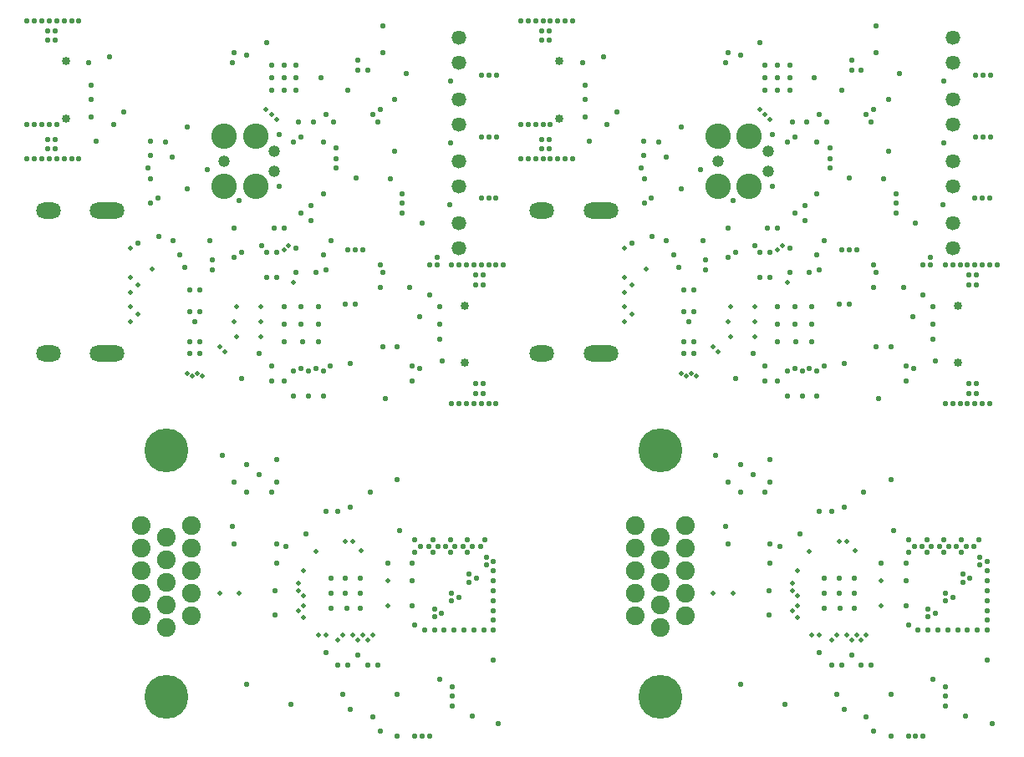
<source format=gbs>
%FSLAX46Y46*%
%MOMM*%
%AMPS11*
1,1,1.895000,0.000000,0.000000*
%
%ADD11PS11*%
%AMPS12*
1,1,4.446000,0.000000,0.000000*
%
%ADD12PS12*%
%AMPS20*
1,1,0.550000,0.000000,0.000000*
%
%ADD20PS20*%
%AMPS21*
1,1,0.500000,0.000000,0.000000*
%
%ADD21PS21*%
%AMPS18*
21,1,1.800000,1.700000,0.000000,0.000000,0.000000*
1,1,1.700000,0.900000,0.000000*
1,1,1.700000,-0.900000,0.000000*
%
%ADD18PS18*%
%AMPS19*
21,1,0.800000,1.700000,0.000000,0.000000,0.000000*
1,1,1.700000,0.400000,0.000000*
1,1,1.700000,-0.400000,0.000000*
%
%ADD19PS19*%
%AMPS14*
1,1,2.575000,0.000000,0.000000*
%
%ADD14PS14*%
%AMPS15*
1,1,2.575000,0.000000,0.000000*
%
%ADD15PS15*%
%AMPS10*
1,1,1.470000,0.000000,0.000000*
%
%ADD10PS10*%
%AMPS17*
1,1,0.850000,0.000000,0.000000*
%
%ADD17PS17*%
%AMPS13*
1,1,0.850000,0.000000,0.000000*
%
%ADD13PS13*%
%AMPS16*
1,1,1.190600,0.000000,0.000000*
%
%ADD16PS16*%
G01*
%LPD*%
G01*
%LPD*%
G75*
D10*
X36500000Y26770400D03*
D10*
X36500000Y24230401D03*
D11*
X6850000Y-18185000D03*
D11*
X4310000Y-19330000D03*
D11*
X4310000Y-10170000D03*
D11*
X4310000Y-12460000D03*
D11*
X6850000Y-11315000D03*
D11*
X4310000Y-14750000D03*
D11*
X6850000Y-13605000D03*
D11*
X9390000Y-12460000D03*
D11*
X9390000Y-17040000D03*
D11*
X6850000Y-15895000D03*
D11*
X9390000Y-19330000D03*
D11*
X9390000Y-10170000D03*
D11*
X6850000Y-20475000D03*
D11*
X4310000Y-17040000D03*
D12*
X6850000Y-27495000D03*
D12*
X6850000Y-2505000D03*
D11*
X9390000Y-14750000D03*
D10*
X36500000Y20520400D03*
D10*
X36500000Y17980401D03*
D13*
X-3320000Y36890000D03*
D13*
X-3320000Y31110000D03*
D14*
X12710000Y29290000D03*
D14*
X15885000Y29290000D03*
D15*
X12710000Y24210000D03*
D16*
X17790000Y27766000D03*
D16*
X17790000Y25734000D03*
D16*
X12710000Y26750000D03*
D15*
X15885000Y24210000D03*
D17*
X37070000Y6360000D03*
D17*
X37070000Y12140000D03*
D10*
X36500000Y33020400D03*
D10*
X36500000Y30480401D03*
D18*
X860000Y7250000D03*
D18*
X860000Y21750000D03*
D19*
X-5100000Y21750000D03*
D19*
X-5100000Y7250000D03*
D10*
X36500000Y39270400D03*
D10*
X36500000Y36730401D03*
D20*
X18750000Y10250000D03*
D20*
X24050000Y27049890D03*
D20*
X18750000Y8500000D03*
D20*
X17500000Y6000000D03*
D20*
X22750000Y17250000D03*
D20*
X11500000Y15750000D03*
D20*
X28250000Y-24250000D03*
D21*
X24250000Y-21750000D03*
D20*
X30250000Y-5500000D03*
D21*
X4000000Y11250000D03*
D21*
X26600000Y-12650000D03*
D20*
X32600000Y-12250000D03*
D20*
X28500000Y32000000D03*
D20*
X37500000Y-15900000D03*
D20*
X36000000Y-20750000D03*
D20*
X36500000Y16250000D03*
D20*
X23500000Y-15500000D03*
D21*
X20250000Y-18750000D03*
D20*
X17875000Y-19250000D03*
D20*
X14250000Y22750000D03*
D20*
X-2000000Y41000000D03*
D20*
X40250000Y23000000D03*
D20*
X18000000Y-5750000D03*
D21*
X14250000Y-17000000D03*
D20*
X38000000Y-20750000D03*
D20*
X21750000Y30750000D03*
D20*
X37000000Y-20750000D03*
D20*
X23500000Y-17000000D03*
D20*
X40500000Y-30250000D03*
D20*
X24750000Y-27250000D03*
D20*
X37800000Y-29450000D03*
D20*
X26250000Y-23250000D03*
D20*
X18750000Y35250000D03*
D20*
X22500000Y35250000D03*
D20*
X13750000Y17000000D03*
D20*
X22000000Y5750000D03*
D21*
X20750000Y-17250000D03*
D20*
X-5000000Y27000000D03*
D21*
X3250000Y13500000D03*
D20*
X29525000Y24950000D03*
D20*
X33000000Y-20750000D03*
D20*
X39000000Y-20750000D03*
D20*
X33500000Y-31500000D03*
D20*
X25125000Y-18500000D03*
D20*
X40000000Y-19750000D03*
D20*
X9000000Y30250000D03*
D21*
X27750000Y-21250000D03*
D20*
X32000000Y-31500000D03*
D20*
X40250000Y2250000D03*
D21*
X23000000Y-21250000D03*
D20*
X33875000Y-12875000D03*
D20*
X35750000Y2250000D03*
D20*
X26750000Y17750000D03*
D20*
X40000000Y-14750000D03*
D20*
X18750002Y36499999D03*
D20*
X16500000Y18250000D03*
D20*
X8750000Y16000000D03*
D20*
X26000000Y17750000D03*
D20*
X34520000Y10250000D03*
D20*
X26050000Y25049890D03*
D20*
X38000000Y16250000D03*
D20*
X23458871Y6020565D03*
D20*
X34000000Y-20750000D03*
D21*
X12250000Y7995000D03*
D21*
X16425000Y10500000D03*
D20*
X-5160000Y28000000D03*
D20*
X30750000Y23500000D03*
D20*
X18250000Y24250000D03*
D20*
X5250000Y22500000D03*
D20*
X25500000Y-28750000D03*
D20*
X16250000Y-5000000D03*
D20*
X35550000Y22375000D03*
D20*
X20000002Y35249999D03*
D20*
X33500000Y13250000D03*
D21*
X27250000Y-21750000D03*
D20*
X18750000Y20000000D03*
D20*
X35750000Y-17800000D03*
D20*
X36100000Y-12250000D03*
D20*
X9250000Y13750000D03*
D20*
X37500000Y-15100000D03*
D21*
X3250000Y17995000D03*
D20*
X-5750000Y27000000D03*
D20*
X19750000Y5500000D03*
D20*
X1095799Y37325633D03*
D20*
X35600000Y34875000D03*
D20*
X35150000Y-12250000D03*
D20*
X20500000Y5750000D03*
D20*
X17500000Y4500000D03*
D20*
X23750000Y30750000D03*
D20*
X-5000000Y41000000D03*
D20*
X22750000Y3000000D03*
D20*
X22250000Y10250000D03*
D20*
X40250000Y16250000D03*
D20*
X25000000Y-17000000D03*
D20*
X15000000Y-6750000D03*
D20*
X18000000Y17500000D03*
D20*
X9000000Y24000000D03*
D20*
X35750000Y-17000000D03*
D21*
X3250000Y15000000D03*
D21*
X3250000Y10500000D03*
D20*
X23500000Y18750000D03*
D20*
X-6500000Y30500000D03*
D20*
X5250000Y25000000D03*
D20*
X16250000Y7250000D03*
D21*
X29250000Y-18250000D03*
D20*
X17500002Y36499999D03*
D20*
X35800000Y-27450000D03*
D20*
X28750000Y40500000D03*
D20*
X40000000Y-16750000D03*
D20*
X35800000Y-26450000D03*
D20*
X-3500000Y41000000D03*
D20*
X41000000Y16250000D03*
D20*
X39500000Y2250000D03*
D20*
X23000000Y31500000D03*
D21*
X14000000Y12000000D03*
D20*
X39500000Y16250000D03*
D21*
X9000000Y5250000D03*
D21*
X16970000Y32030000D03*
D20*
X35625000Y-12875000D03*
D20*
X28500000Y-31000000D03*
D20*
X18750000Y4500000D03*
D20*
X39125000Y-11625000D03*
D20*
X-2000000Y27000000D03*
D20*
X15000000Y-26250000D03*
D21*
X16425000Y12000000D03*
D20*
X34250000Y17000000D03*
D20*
X20000000Y18000000D03*
D20*
X38650000Y-12250000D03*
D20*
X37250000Y16250000D03*
D20*
X-3500000Y27000000D03*
D20*
X30000000Y27750000D03*
D20*
X27750000Y31500000D03*
D21*
X16424686Y9000163D03*
D20*
X6075000Y19175000D03*
D21*
X20750000Y-14750000D03*
D20*
X21500000Y20750000D03*
D20*
X20500000Y29250000D03*
D21*
X12750000Y7500000D03*
D21*
X3250000Y12000000D03*
D20*
X20000002Y33999999D03*
D20*
X18000000Y-12000000D03*
D20*
X24250000Y-8750000D03*
D20*
X39250000Y-14150000D03*
D20*
X40000000Y-18750000D03*
D20*
X25500000Y-8250000D03*
D20*
X-4250000Y27000000D03*
D20*
X13750000Y20000000D03*
D20*
X18750000Y12000000D03*
D20*
X33500000Y16250000D03*
D20*
X22750000Y28750000D03*
D21*
X26250000Y-21750000D03*
D20*
X25250000Y17750000D03*
D20*
X13500000Y-10250000D03*
D20*
X30250000Y-31500000D03*
D20*
X17000000Y38750000D03*
D20*
X33400000Y-12250000D03*
D20*
X20250000Y30750000D03*
D20*
X10250000Y13750000D03*
D20*
X40300000Y29250000D03*
D20*
X39250000Y-13350000D03*
D20*
X20000000Y15500000D03*
D20*
X29000000Y2750000D03*
D20*
X-6500000Y41000000D03*
D20*
X30750000Y22500000D03*
D21*
X22250000Y-21250000D03*
D20*
X26250000Y37000000D03*
D20*
X17500002Y33999999D03*
D20*
X38000000Y2250000D03*
D20*
X24250000Y-24250000D03*
D20*
X-5160000Y40000000D03*
D20*
X31750000Y-15750000D03*
D20*
X20500000Y21500000D03*
D20*
X26000000Y12250000D03*
D20*
X-288949Y28824203D03*
D21*
X24750000Y-21225000D03*
D21*
X14000000Y9000000D03*
D20*
X9250000Y7250000D03*
D20*
X32000000Y-20250000D03*
D20*
X1500000Y30500000D03*
D20*
X-7250000Y30500000D03*
D20*
X32000000Y-11625000D03*
D21*
X20750000Y-18250000D03*
D20*
X13750000Y-5750000D03*
D20*
X18000000Y-14000000D03*
D20*
X30250000Y8000000D03*
D20*
X38250000Y-15500000D03*
D20*
X6000000Y23000000D03*
D20*
X30750000Y21500000D03*
D20*
X35800000Y-28450000D03*
D20*
X19500000Y-28250000D03*
D20*
X4961051Y26074203D03*
D20*
X23000000Y-8750000D03*
D20*
X28750000Y15500000D03*
D20*
X10250000Y7250000D03*
D20*
X22750000Y5500000D03*
D20*
X26250000Y36000000D03*
D20*
X37375000Y-11625000D03*
D20*
X26500000Y-15500000D03*
D20*
X30250000Y-27250000D03*
D21*
X29250000Y-15750000D03*
D20*
X-770000Y33000000D03*
D21*
X13750000Y10500000D03*
D21*
X12250000Y-17000000D03*
D20*
X15000000Y37500000D03*
D20*
X19750000Y28750000D03*
D20*
X32000000Y-12875000D03*
D20*
X35600000Y28625000D03*
D20*
X5211051Y28824203D03*
D20*
X2500000Y31750000D03*
D20*
X-4410000Y29000000D03*
D20*
X38750000Y16250000D03*
D20*
X34250000Y16250000D03*
D20*
X11500000Y16750000D03*
D21*
X10000000Y5250000D03*
D20*
X25250000Y34000000D03*
D20*
X18250000Y29500000D03*
D20*
X9250000Y8500000D03*
D20*
X22250000Y12000000D03*
D20*
X-4410000Y39000000D03*
D20*
X15000000Y-4000000D03*
D20*
X28500000Y14000000D03*
D20*
X17500000Y-6750000D03*
D20*
X27500000Y-6750000D03*
D20*
X20500000Y12000000D03*
D20*
X38800000Y35500000D03*
D20*
X20500000Y10250000D03*
D20*
X9250000Y11500000D03*
D20*
X27750000Y-29500000D03*
D20*
X-2750000Y41000000D03*
D20*
X38910000Y3250000D03*
D20*
X27250000Y-24250000D03*
D20*
X-5000000Y30500000D03*
D20*
X38750000Y23000000D03*
D20*
X38800000Y29250000D03*
D21*
X20250000Y-16000000D03*
D20*
X18750002Y33999999D03*
D20*
X39500000Y23000000D03*
D21*
X22000000Y-12750000D03*
D20*
X40000000Y-17750000D03*
D21*
X4000000Y14250000D03*
D20*
X4000000Y18500000D03*
D20*
X-6500000Y27000000D03*
D20*
X22250000Y8500000D03*
D20*
X-5750000Y41000000D03*
D20*
X31500000Y14000000D03*
D20*
X25500000Y6250000D03*
D20*
X-5160000Y39000000D03*
D20*
X31750000Y6000000D03*
D20*
X21000000Y-11000000D03*
D20*
X38160000Y4250000D03*
D21*
X5425000Y15825000D03*
D20*
X13750000Y-12000000D03*
D20*
X-770000Y34500000D03*
D20*
X30000000Y33000000D03*
D20*
X37250000Y2250000D03*
D20*
X32750000Y-31500000D03*
D20*
X34520000Y12000000D03*
D20*
X-1020000Y36750000D03*
D20*
X35625000Y-11625000D03*
D21*
X25750000Y-11750000D03*
D20*
X10250000Y8500000D03*
D20*
X38750000Y2250000D03*
D20*
X38160000Y15250000D03*
D20*
X23500000Y-18500000D03*
D20*
X19750000Y3000000D03*
D20*
X13500000Y36750000D03*
D20*
X33875000Y-11625000D03*
D20*
X28250000Y30750000D03*
D20*
X17750000Y20000000D03*
D20*
X31750000Y-14000000D03*
D20*
X-2750000Y27000000D03*
D20*
X24050000Y28105000D03*
D20*
X7500000Y18750000D03*
D20*
X26500000Y-17000000D03*
D20*
X34750000Y-19000000D03*
D20*
X34000000Y-19400000D03*
D20*
X11250000Y18750000D03*
D20*
X38910000Y15250000D03*
D21*
X18000000Y31000000D03*
D20*
X35000000Y-20750000D03*
D20*
X32500000Y11000000D03*
D20*
X-7250000Y27000000D03*
D20*
X14500000Y4750000D03*
D20*
X18000000Y15000000D03*
D20*
X28500000Y16250000D03*
D20*
X25000000Y12250000D03*
D20*
X23000000Y-23000000D03*
D20*
X31115000Y35635000D03*
D20*
X31750000Y4500000D03*
D21*
X26750000Y-21250000D03*
D20*
X40000000Y-13750000D03*
D20*
X38160000Y14250000D03*
D20*
X21250000Y3000000D03*
D20*
X29250000Y-14000000D03*
D20*
X31750000Y-18250000D03*
D21*
X25750000Y-21250000D03*
D20*
X38910000Y4250000D03*
D21*
X9500000Y5000000D03*
D20*
X28750000Y37750000D03*
D20*
X12500000Y-3000000D03*
D20*
X7450388Y27195104D03*
D20*
X25000000Y-15500000D03*
D20*
X39550000Y35500000D03*
D20*
X20000002Y36499999D03*
D21*
X19745000Y14500000D03*
D20*
X38160000Y3250000D03*
D20*
X8250000Y17250000D03*
D21*
X18750000Y17750000D03*
D21*
X20250000Y-16750000D03*
D20*
X36900000Y-12250000D03*
D20*
X22000000Y15500000D03*
D20*
X-4250000Y30500000D03*
D20*
X27250000Y36000000D03*
D20*
X-7250000Y41000000D03*
D20*
X37850000Y-12250000D03*
D20*
X38910000Y14250000D03*
D20*
X34500000Y-25750000D03*
D20*
X37375000Y-12875000D03*
D20*
X20625000Y8500000D03*
D21*
X10500000Y5000000D03*
D20*
X21250000Y5500000D03*
D21*
X17500000Y31530000D03*
D20*
X40000000Y-23750000D03*
D20*
X39550000Y29250000D03*
D20*
X36500000Y2250000D03*
D20*
X-5750000Y30500000D03*
D20*
X36500000Y-17400000D03*
D20*
X17900000Y-16750000D03*
D20*
X32520000Y5750000D03*
D21*
X20750000Y-19500000D03*
D20*
X30500000Y-10645000D03*
D20*
X25250000Y-24250000D03*
D20*
X28750000Y8000000D03*
D20*
X17500002Y35249999D03*
D20*
X17000000Y15000000D03*
D20*
X40300000Y35500000D03*
D20*
X-4250000Y41000000D03*
D20*
X18000000Y-3500000D03*
D20*
X34000000Y-18600000D03*
D20*
X17000000Y17500000D03*
D20*
X40000000Y-20750000D03*
D20*
X21500000Y22250000D03*
D20*
X35750000Y16250000D03*
D20*
X19000000Y-12250000D03*
D20*
X-4410000Y28000000D03*
D20*
X26500000Y-18500000D03*
D20*
X34520000Y8750000D03*
D20*
X10979680Y25879680D03*
D20*
X6750000Y28750000D03*
D20*
X40000000Y-15750000D03*
D20*
X5211051Y27324203D03*
D20*
X34350000Y-12250000D03*
D20*
X-4410000Y40000000D03*
D20*
X-770000Y31250000D03*
D20*
X10250000Y11500000D03*
D21*
X19250000Y18250000D03*
D20*
X32750000Y20500000D03*
D20*
X-5160000Y29000000D03*
D20*
X22750000Y23500000D03*
D21*
X25000000Y-11750000D03*
D20*
X13719997Y37750000D03*
D20*
X23000000Y15750000D03*
D20*
X14500000Y17500000D03*
D20*
X9750000Y10500000D03*
D20*
X24050000Y26049890D03*
D20*
X34770000Y6500000D03*
D10*
X86500000Y26770400D03*
D10*
X86500000Y24230401D03*
D11*
X56850000Y-18185000D03*
D11*
X54310000Y-19330000D03*
D11*
X54310000Y-10170000D03*
D11*
X54310000Y-12460000D03*
D11*
X56850000Y-11315000D03*
D11*
X54310000Y-14750000D03*
D11*
X56850000Y-13605000D03*
D11*
X59390000Y-12460000D03*
D11*
X59390000Y-17040000D03*
D11*
X56850000Y-15895000D03*
D11*
X59390000Y-19330000D03*
D11*
X59390000Y-10170000D03*
D11*
X56850000Y-20475000D03*
D11*
X54310000Y-17040000D03*
D12*
X56850000Y-27495000D03*
D12*
X56850000Y-2505000D03*
D11*
X59390000Y-14750000D03*
D10*
X86500000Y20520400D03*
D10*
X86500000Y17980401D03*
D13*
X46680000Y36890000D03*
D13*
X46680000Y31110000D03*
D14*
X62710000Y29290000D03*
D14*
X65885000Y29290000D03*
D15*
X62710000Y24210000D03*
D16*
X67790000Y27766000D03*
D16*
X67790000Y25734000D03*
D16*
X62710000Y26750000D03*
D15*
X65885000Y24210000D03*
D17*
X87070000Y6360000D03*
D17*
X87070000Y12140000D03*
D10*
X86500000Y33020400D03*
D10*
X86500000Y30480401D03*
D18*
X50860000Y7250000D03*
D18*
X50860000Y21750000D03*
D19*
X44900000Y21750000D03*
D19*
X44900000Y7250000D03*
D10*
X86500000Y39270400D03*
D10*
X86500000Y36730401D03*
D20*
X68750000Y10250000D03*
D20*
X74050000Y27049890D03*
D20*
X68750000Y8500000D03*
D20*
X67500000Y6000000D03*
D20*
X72750000Y17250000D03*
D20*
X61500000Y15750000D03*
D20*
X78250000Y-24250000D03*
D21*
X74250000Y-21750000D03*
D20*
X80250000Y-5500000D03*
D21*
X54000000Y11250000D03*
D21*
X76600000Y-12650000D03*
D20*
X82600000Y-12250000D03*
D20*
X78500000Y32000000D03*
D20*
X87500000Y-15900000D03*
D20*
X86000000Y-20750000D03*
D20*
X86500000Y16250000D03*
D20*
X73500000Y-15500000D03*
D21*
X70250000Y-18750000D03*
D20*
X67875000Y-19250000D03*
D20*
X64250000Y22750000D03*
D20*
X48000000Y41000000D03*
D20*
X90250000Y23000000D03*
D20*
X68000000Y-5750000D03*
D21*
X64250000Y-17000000D03*
D20*
X88000000Y-20750000D03*
D20*
X71750000Y30750000D03*
D20*
X87000000Y-20750000D03*
D20*
X73500000Y-17000000D03*
D20*
X90500000Y-30250000D03*
D20*
X74750000Y-27250000D03*
D20*
X87800000Y-29450000D03*
D20*
X76250000Y-23250000D03*
D20*
X68750000Y35250000D03*
D20*
X72500000Y35250000D03*
D20*
X63750000Y17000000D03*
D20*
X72000000Y5750000D03*
D21*
X70750000Y-17250000D03*
D20*
X45000000Y27000000D03*
D21*
X53250000Y13500000D03*
D20*
X79525000Y24950000D03*
D20*
X83000000Y-20750000D03*
D20*
X89000000Y-20750000D03*
D20*
X83500000Y-31500000D03*
D20*
X75125000Y-18500000D03*
D20*
X90000000Y-19750000D03*
D20*
X59000000Y30250000D03*
D21*
X77750000Y-21250000D03*
D20*
X82000000Y-31500000D03*
D20*
X90250000Y2250000D03*
D21*
X73000000Y-21250000D03*
D20*
X83875000Y-12875000D03*
D20*
X85750000Y2250000D03*
D20*
X76750000Y17750000D03*
D20*
X90000000Y-14750000D03*
D20*
X68750002Y36499999D03*
D20*
X66500000Y18250000D03*
D20*
X58750000Y16000000D03*
D20*
X76000000Y17750000D03*
D20*
X84520000Y10250000D03*
D20*
X76050000Y25049890D03*
D20*
X88000000Y16250000D03*
D20*
X73458871Y6020565D03*
D20*
X84000000Y-20750000D03*
D21*
X62250000Y7995000D03*
D21*
X66425000Y10500000D03*
D20*
X44840000Y28000000D03*
D20*
X80750000Y23500000D03*
D20*
X68250000Y24250000D03*
D20*
X55250000Y22500000D03*
D20*
X75500000Y-28750000D03*
D20*
X66250000Y-5000000D03*
D20*
X85550000Y22375000D03*
D20*
X70000002Y35249999D03*
D20*
X83500000Y13250000D03*
D21*
X77250000Y-21750000D03*
D20*
X68750000Y20000000D03*
D20*
X85750000Y-17800000D03*
D20*
X86100000Y-12250000D03*
D20*
X59250000Y13750000D03*
D20*
X87500000Y-15100000D03*
D21*
X53250000Y17995000D03*
D20*
X44250000Y27000000D03*
D20*
X69750000Y5500000D03*
D20*
X51095799Y37325633D03*
D20*
X85600000Y34875000D03*
D20*
X85150000Y-12250000D03*
D20*
X70500000Y5750000D03*
D20*
X67500000Y4500000D03*
D20*
X73750000Y30750000D03*
D20*
X45000000Y41000000D03*
D20*
X72750000Y3000000D03*
D20*
X72250000Y10250000D03*
D20*
X90250000Y16250000D03*
D20*
X75000000Y-17000000D03*
D20*
X65000000Y-6750000D03*
D20*
X68000000Y17500000D03*
D20*
X59000000Y24000000D03*
D20*
X85750000Y-17000000D03*
D21*
X53250000Y15000000D03*
D21*
X53250000Y10500000D03*
D20*
X73500000Y18750000D03*
D20*
X43500000Y30500000D03*
D20*
X55250000Y25000000D03*
D20*
X66250000Y7250000D03*
D21*
X79250000Y-18250000D03*
D20*
X67500002Y36499999D03*
D20*
X85800000Y-27450000D03*
D20*
X78750000Y40500000D03*
D20*
X90000000Y-16750000D03*
D20*
X85800000Y-26450000D03*
D20*
X46500000Y41000000D03*
D20*
X91000000Y16250000D03*
D20*
X89500000Y2250000D03*
D20*
X73000000Y31500000D03*
D21*
X64000000Y12000000D03*
D20*
X89500000Y16250000D03*
D21*
X59000000Y5250000D03*
D21*
X66970000Y32030000D03*
D20*
X85625000Y-12875000D03*
D20*
X78500000Y-31000000D03*
D20*
X68750000Y4500000D03*
D20*
X89125000Y-11625000D03*
D20*
X48000000Y27000000D03*
D20*
X65000000Y-26250000D03*
D21*
X66425000Y12000000D03*
D20*
X84250000Y17000000D03*
D20*
X70000000Y18000000D03*
D20*
X88650000Y-12250000D03*
D20*
X87250000Y16250000D03*
D20*
X46500000Y27000000D03*
D20*
X80000000Y27750000D03*
D20*
X77750000Y31500000D03*
D21*
X66424686Y9000163D03*
D20*
X56075000Y19175000D03*
D21*
X70750000Y-14750000D03*
D20*
X71500000Y20750000D03*
D20*
X70500000Y29250000D03*
D21*
X62750000Y7500000D03*
D21*
X53250000Y12000000D03*
D20*
X70000002Y33999999D03*
D20*
X68000000Y-12000000D03*
D20*
X74250000Y-8750000D03*
D20*
X89250000Y-14150000D03*
D20*
X90000000Y-18750000D03*
D20*
X75500000Y-8250000D03*
D20*
X45750000Y27000000D03*
D20*
X63750000Y20000000D03*
D20*
X68750000Y12000000D03*
D20*
X83500000Y16250000D03*
D20*
X72750000Y28750000D03*
D21*
X76250000Y-21750000D03*
D20*
X75250000Y17750000D03*
D20*
X63500000Y-10250000D03*
D20*
X80250000Y-31500000D03*
D20*
X67000000Y38750000D03*
D20*
X83400000Y-12250000D03*
D20*
X70250000Y30750000D03*
D20*
X60250000Y13750000D03*
D20*
X90300000Y29250000D03*
D20*
X89250000Y-13350000D03*
D20*
X70000000Y15500000D03*
D20*
X79000000Y2750000D03*
D20*
X43500000Y41000000D03*
D20*
X80750000Y22500000D03*
D21*
X72250000Y-21250000D03*
D20*
X76250000Y37000000D03*
D20*
X67500002Y33999999D03*
D20*
X88000000Y2250000D03*
D20*
X74250000Y-24250000D03*
D20*
X44840000Y40000000D03*
D20*
X81750000Y-15750000D03*
D20*
X70500000Y21500000D03*
D20*
X76000000Y12250000D03*
D20*
X49711051Y28824203D03*
D21*
X74750000Y-21225000D03*
D21*
X64000000Y9000000D03*
D20*
X59250000Y7250000D03*
D20*
X82000000Y-20250000D03*
D20*
X51500000Y30500000D03*
D20*
X42750000Y30500000D03*
D20*
X82000000Y-11625000D03*
D21*
X70750000Y-18250000D03*
D20*
X63750000Y-5750000D03*
D20*
X68000000Y-14000000D03*
D20*
X80250000Y8000000D03*
D20*
X88250000Y-15500000D03*
D20*
X56000000Y23000000D03*
D20*
X80750000Y21500000D03*
D20*
X85800000Y-28450000D03*
D20*
X69500000Y-28250000D03*
D20*
X54961051Y26074203D03*
D20*
X73000000Y-8750000D03*
D20*
X78750000Y15500000D03*
D20*
X60250000Y7250000D03*
D20*
X72750000Y5500000D03*
D20*
X76250000Y36000000D03*
D20*
X87375000Y-11625000D03*
D20*
X76500000Y-15500000D03*
D20*
X80250000Y-27250000D03*
D21*
X79250000Y-15750000D03*
D20*
X49230000Y33000000D03*
D21*
X63750000Y10500000D03*
D21*
X62250000Y-17000000D03*
D20*
X65000000Y37500000D03*
D20*
X69750000Y28750000D03*
D20*
X82000000Y-12875000D03*
D20*
X85600000Y28625000D03*
D20*
X55211051Y28824203D03*
D20*
X52500000Y31750000D03*
D20*
X45590000Y29000000D03*
D20*
X88750000Y16250000D03*
D20*
X84250000Y16250000D03*
D20*
X61500000Y16750000D03*
D21*
X60000000Y5250000D03*
D20*
X75250000Y34000000D03*
D20*
X68250000Y29500000D03*
D20*
X59250000Y8500000D03*
D20*
X72250000Y12000000D03*
D20*
X45590000Y39000000D03*
D20*
X65000000Y-4000000D03*
D20*
X78500000Y14000000D03*
D20*
X67500000Y-6750000D03*
D20*
X77500000Y-6750000D03*
D20*
X70500000Y12000000D03*
D20*
X88800000Y35500000D03*
D20*
X70500000Y10250000D03*
D20*
X59250000Y11500000D03*
D20*
X77750000Y-29500000D03*
D20*
X47250000Y41000000D03*
D20*
X88910000Y3250000D03*
D20*
X77250000Y-24250000D03*
D20*
X45000000Y30500000D03*
D20*
X88750000Y23000000D03*
D20*
X88800000Y29250000D03*
D21*
X70250000Y-16000000D03*
D20*
X68750002Y33999999D03*
D20*
X89500000Y23000000D03*
D21*
X72000000Y-12750000D03*
D20*
X90000000Y-17750000D03*
D21*
X54000000Y14250000D03*
D20*
X54000000Y18500000D03*
D20*
X43500000Y27000000D03*
D20*
X72250000Y8500000D03*
D20*
X44250000Y41000000D03*
D20*
X81500000Y14000000D03*
D20*
X75500000Y6250000D03*
D20*
X44840000Y39000000D03*
D20*
X81750000Y6000000D03*
D20*
X71000000Y-11000000D03*
D20*
X88160000Y4250000D03*
D21*
X55425000Y15825000D03*
D20*
X63750000Y-12000000D03*
D20*
X49230000Y34500000D03*
D20*
X80000000Y33000000D03*
D20*
X87250000Y2250000D03*
D20*
X82750000Y-31500000D03*
D20*
X84520000Y12000000D03*
D20*
X48980000Y36750000D03*
D20*
X85625000Y-11625000D03*
D21*
X75750000Y-11750000D03*
D20*
X60250000Y8500000D03*
D20*
X88750000Y2250000D03*
D20*
X88160000Y15250000D03*
D20*
X73500000Y-18500000D03*
D20*
X69750000Y3000000D03*
D20*
X63500000Y36750000D03*
D20*
X83875000Y-11625000D03*
D20*
X78250000Y30750000D03*
D20*
X67750000Y20000000D03*
D20*
X81750000Y-14000000D03*
D20*
X47250000Y27000000D03*
D20*
X74050000Y28105000D03*
D20*
X57500000Y18750000D03*
D20*
X76500000Y-17000000D03*
D20*
X84750000Y-19000000D03*
D20*
X84000000Y-19400000D03*
D20*
X61250000Y18750000D03*
D20*
X88910000Y15250000D03*
D21*
X68000000Y31000000D03*
D20*
X85000000Y-20750000D03*
D20*
X82500000Y11000000D03*
D20*
X42750000Y27000000D03*
D20*
X64500000Y4750000D03*
D20*
X68000000Y15000000D03*
D20*
X78500000Y16250000D03*
D20*
X75000000Y12250000D03*
D20*
X73000000Y-23000000D03*
D20*
X81115000Y35635000D03*
D20*
X81750000Y4500000D03*
D21*
X76750000Y-21250000D03*
D20*
X90000000Y-13750000D03*
D20*
X88160000Y14250000D03*
D20*
X71250000Y3000000D03*
D20*
X79250000Y-14000000D03*
D20*
X81750000Y-18250000D03*
D21*
X75750000Y-21250000D03*
D20*
X88910000Y4250000D03*
D21*
X59500000Y5000000D03*
D20*
X78750000Y37750000D03*
D20*
X62500000Y-3000000D03*
D20*
X57450388Y27195104D03*
D20*
X75000000Y-15500000D03*
D20*
X89550000Y35500000D03*
D20*
X70000002Y36499999D03*
D21*
X69745000Y14500000D03*
D20*
X88160000Y3250000D03*
D20*
X58250000Y17250000D03*
D21*
X68750000Y17750000D03*
D21*
X70250000Y-16750000D03*
D20*
X86900000Y-12250000D03*
D20*
X72000000Y15500000D03*
D20*
X45750000Y30500000D03*
D20*
X77250000Y36000000D03*
D20*
X42750000Y41000000D03*
D20*
X87850000Y-12250000D03*
D20*
X88910000Y14250000D03*
D20*
X84500000Y-25750000D03*
D20*
X87375000Y-12875000D03*
D20*
X70625000Y8500000D03*
D21*
X60500000Y5000000D03*
D20*
X71250000Y5500000D03*
D21*
X67500000Y31530000D03*
D20*
X90000000Y-23750000D03*
D20*
X89550000Y29250000D03*
D20*
X86500000Y2250000D03*
D20*
X44250000Y30500000D03*
D20*
X86500000Y-17400000D03*
D20*
X67900000Y-16750000D03*
D20*
X82520000Y5750000D03*
D21*
X70750000Y-19500000D03*
D20*
X80500000Y-10645000D03*
D20*
X75250000Y-24250000D03*
D20*
X78750000Y8000000D03*
D20*
X67500002Y35249999D03*
D20*
X67000000Y15000000D03*
D20*
X90300000Y35500000D03*
D20*
X45750000Y41000000D03*
D20*
X68000000Y-3500000D03*
D20*
X84000000Y-18600000D03*
D20*
X67000000Y17500000D03*
D20*
X90000000Y-20750000D03*
D20*
X71500000Y22250000D03*
D20*
X85750000Y16250000D03*
D20*
X69000000Y-12250000D03*
D20*
X45590000Y28000000D03*
D20*
X76500000Y-18500000D03*
D20*
X84520000Y8750000D03*
D20*
X60979680Y25879680D03*
D20*
X56750000Y28750000D03*
D20*
X90000000Y-15750000D03*
D20*
X55211051Y27324203D03*
D20*
X84350000Y-12250000D03*
D20*
X45590000Y40000000D03*
D20*
X49230000Y31250000D03*
D20*
X60250000Y11500000D03*
D21*
X69250000Y18250000D03*
D20*
X82750000Y20500000D03*
D20*
X44840000Y29000000D03*
D20*
X72750000Y23500000D03*
D21*
X75000000Y-11750000D03*
D20*
X63719997Y37750000D03*
D20*
X73000000Y15750000D03*
D20*
X64500000Y17500000D03*
D20*
X59750000Y10500000D03*
D20*
X74050000Y26049890D03*
D20*
X84770000Y6500000D03*
M02*

</source>
